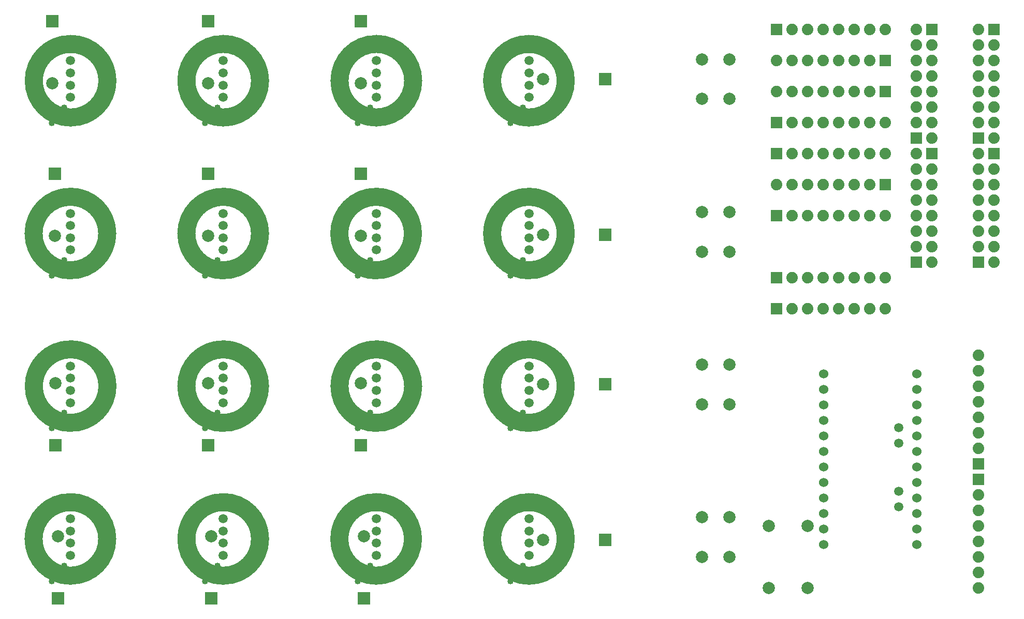
<source format=gbr>
G04 #@! TF.FileFunction,Soldermask,Top*
%FSLAX46Y46*%
G04 Gerber Fmt 4.6, Leading zero omitted, Abs format (unit mm)*
G04 Created by KiCad (PCBNEW 4.0.4-stable) date 11/18/16 13:20:27*
%MOMM*%
%LPD*%
G01*
G04 APERTURE LIST*
%ADD10C,0.100000*%
%ADD11C,3.000000*%
%ADD12C,1.998980*%
%ADD13R,1.998980X1.998980*%
%ADD14R,1.879600X1.879600*%
%ADD15C,1.879600*%
%ADD16C,2.000000*%
%ADD17C,1.524000*%
%ADD18C,1.500000*%
%ADD19C,1.508000*%
%ADD20C,1.016000*%
G04 APERTURE END LIST*
D10*
D11*
X128524567Y-89300000D02*
G75*
G03X128524567Y-89300000I-6024567J0D01*
G01*
X128524567Y-89300000D02*
G75*
G03X128524567Y-89300000I-6024567J0D01*
G01*
X128559567Y-64281067D02*
G75*
G03X128559567Y-64281067I-6024567J0D01*
G01*
X153515067Y-89300067D02*
G75*
G03X153515067Y-89300067I-6024567J0D01*
G01*
X153515067Y-64281067D02*
G75*
G03X153515067Y-64281067I-6024567J0D01*
G01*
X128524567Y-139300000D02*
G75*
G03X128524567Y-139300000I-6024567J0D01*
G01*
X128524567Y-139300000D02*
G75*
G03X128524567Y-139300000I-6024567J0D01*
G01*
X128559567Y-114281067D02*
G75*
G03X128559567Y-114281067I-6024567J0D01*
G01*
X153515067Y-139300067D02*
G75*
G03X153515067Y-139300067I-6024567J0D01*
G01*
X153515067Y-114281067D02*
G75*
G03X153515067Y-114281067I-6024567J0D01*
G01*
X78524567Y-139300000D02*
G75*
G03X78524567Y-139300000I-6024567J0D01*
G01*
X78524567Y-139300000D02*
G75*
G03X78524567Y-139300000I-6024567J0D01*
G01*
X78559567Y-114281067D02*
G75*
G03X78559567Y-114281067I-6024567J0D01*
G01*
X103515067Y-139300067D02*
G75*
G03X103515067Y-139300067I-6024567J0D01*
G01*
X103515067Y-114281067D02*
G75*
G03X103515067Y-114281067I-6024567J0D01*
G01*
X78524567Y-89300000D02*
G75*
G03X78524567Y-89300000I-6024567J0D01*
G01*
X78524567Y-89300000D02*
G75*
G03X78524567Y-89300000I-6024567J0D01*
G01*
X78559567Y-64281067D02*
G75*
G03X78559567Y-64281067I-6024567J0D01*
G01*
X103515067Y-89300067D02*
G75*
G03X103515067Y-89300067I-6024567J0D01*
G01*
X103515067Y-64281067D02*
G75*
G03X103515067Y-64281067I-6024567J0D01*
G01*
D12*
X70502540Y-138840000D03*
D13*
X70502540Y-149000000D03*
D12*
X70005040Y-113840000D03*
D13*
X70005040Y-124000000D03*
D12*
X69999960Y-89660000D03*
D13*
X69999960Y-79500000D03*
D12*
X69499960Y-64660000D03*
D13*
X69499960Y-54500000D03*
D12*
X95500040Y-138840000D03*
D13*
X95500040Y-149000000D03*
D12*
X95002540Y-113840000D03*
D13*
X95002540Y-124000000D03*
D12*
X94994960Y-89660000D03*
D13*
X94994960Y-79500000D03*
D12*
X94999960Y-64660000D03*
D13*
X94999960Y-54500000D03*
D12*
X120502540Y-138840000D03*
D13*
X120502540Y-149000000D03*
D12*
X120002540Y-113840000D03*
D13*
X120002540Y-124000000D03*
D12*
X119997460Y-89660000D03*
D13*
X119997460Y-79500000D03*
D12*
X120000460Y-64660000D03*
D13*
X120000460Y-54500000D03*
D12*
X149840000Y-139497460D03*
D13*
X160000000Y-139497460D03*
D12*
X149840000Y-114000460D03*
D13*
X160000000Y-114000460D03*
D12*
X149840000Y-89497460D03*
D13*
X160000000Y-89497460D03*
D12*
X149840000Y-63997460D03*
D13*
X160000000Y-63997460D03*
D14*
X213360000Y-55880000D03*
D15*
X213360000Y-58420000D03*
X213360000Y-60960000D03*
X213360000Y-63500000D03*
X213360000Y-66040000D03*
X213360000Y-68580000D03*
X213360000Y-71120000D03*
X213360000Y-73660000D03*
D14*
X210820000Y-73660000D03*
D15*
X210820000Y-71120000D03*
X210820000Y-68580000D03*
X210820000Y-66040000D03*
X210820000Y-63500000D03*
X210820000Y-60960000D03*
X210820000Y-58420000D03*
X210820000Y-55880000D03*
D16*
X180320000Y-142270000D03*
X175820000Y-142270000D03*
X180320000Y-135770000D03*
X175820000Y-135770000D03*
X180320000Y-117270000D03*
X175820000Y-117270000D03*
X180320000Y-110770000D03*
X175820000Y-110770000D03*
X180320000Y-92270000D03*
X175820000Y-92270000D03*
X180320000Y-85770000D03*
X175820000Y-85770000D03*
X180320000Y-67270000D03*
X175820000Y-67270000D03*
X180320000Y-60770000D03*
X175820000Y-60770000D03*
D17*
X195681000Y-112283000D03*
X195681000Y-114823000D03*
X195681000Y-117363000D03*
X195681000Y-119903000D03*
X195681000Y-122443000D03*
X195681000Y-124983000D03*
X195681000Y-127523000D03*
X195681000Y-130063000D03*
X195681000Y-132603000D03*
X195681000Y-135143000D03*
X195681000Y-137683000D03*
X195681000Y-140223000D03*
X210921000Y-112283000D03*
X210921000Y-114823000D03*
X210921000Y-117363000D03*
X210921000Y-119903000D03*
X210921000Y-122443000D03*
X210921000Y-124983000D03*
X210921000Y-127523000D03*
X210921000Y-130063000D03*
X210921000Y-132603000D03*
X210921000Y-135143000D03*
X210921000Y-137683000D03*
X210921000Y-140223000D03*
D18*
X208000000Y-121046000D03*
X208000000Y-123586000D03*
X208000000Y-131460000D03*
X208000000Y-134000000D03*
D14*
X187960000Y-96520000D03*
D15*
X190500000Y-96520000D03*
X193040000Y-96520000D03*
X195580000Y-96520000D03*
X198120000Y-96520000D03*
X200660000Y-96520000D03*
X203200000Y-96520000D03*
X205740000Y-96520000D03*
D14*
X213360000Y-76200000D03*
D15*
X213360000Y-78740000D03*
X213360000Y-81280000D03*
X213360000Y-83820000D03*
X213360000Y-86360000D03*
X213360000Y-88900000D03*
X213360000Y-91440000D03*
X213360000Y-93980000D03*
D14*
X210820000Y-93980000D03*
D15*
X210820000Y-91440000D03*
X210820000Y-88900000D03*
X210820000Y-86360000D03*
X210820000Y-83820000D03*
X210820000Y-81280000D03*
X210820000Y-78740000D03*
X210820000Y-76200000D03*
D14*
X187960000Y-76200000D03*
D15*
X190500000Y-76200000D03*
X193040000Y-76200000D03*
X195580000Y-76200000D03*
X198120000Y-76200000D03*
X200660000Y-76200000D03*
X203200000Y-76200000D03*
X205740000Y-76200000D03*
D14*
X205740000Y-81280000D03*
D15*
X203200000Y-81280000D03*
X200660000Y-81280000D03*
X198120000Y-81280000D03*
X195580000Y-81280000D03*
X193040000Y-81280000D03*
X190500000Y-81280000D03*
X187960000Y-81280000D03*
D14*
X220980000Y-93980000D03*
D15*
X220980000Y-91440000D03*
X220980000Y-88900000D03*
X220980000Y-86360000D03*
X220980000Y-83820000D03*
X220980000Y-81280000D03*
X220980000Y-78740000D03*
X220980000Y-76200000D03*
D14*
X223520000Y-76200000D03*
D15*
X223520000Y-78740000D03*
X223520000Y-81280000D03*
X223520000Y-83820000D03*
X223520000Y-86360000D03*
X223520000Y-88900000D03*
X223520000Y-91440000D03*
X223520000Y-93980000D03*
D14*
X205740000Y-60960000D03*
D15*
X203200000Y-60960000D03*
X200660000Y-60960000D03*
X198120000Y-60960000D03*
X195580000Y-60960000D03*
X193040000Y-60960000D03*
X190500000Y-60960000D03*
X187960000Y-60960000D03*
D14*
X187960000Y-55880000D03*
D15*
X190500000Y-55880000D03*
X193040000Y-55880000D03*
X195580000Y-55880000D03*
X198120000Y-55880000D03*
X200660000Y-55880000D03*
X203200000Y-55880000D03*
X205740000Y-55880000D03*
D14*
X223520000Y-55880000D03*
D15*
X223520000Y-58420000D03*
X223520000Y-60960000D03*
X223520000Y-63500000D03*
X223520000Y-66040000D03*
X223520000Y-68580000D03*
X223520000Y-71120000D03*
X223520000Y-73660000D03*
D14*
X220980000Y-73660000D03*
D15*
X220980000Y-71120000D03*
X220980000Y-68580000D03*
X220980000Y-66040000D03*
X220980000Y-63500000D03*
X220980000Y-60960000D03*
X220980000Y-58420000D03*
X220980000Y-55880000D03*
D14*
X205740000Y-66040000D03*
D15*
X203200000Y-66040000D03*
X200660000Y-66040000D03*
X198120000Y-66040000D03*
X195580000Y-66040000D03*
X193040000Y-66040000D03*
X190500000Y-66040000D03*
X187960000Y-66040000D03*
D14*
X187960000Y-71120000D03*
D15*
X190500000Y-71120000D03*
X193040000Y-71120000D03*
X195580000Y-71120000D03*
X198120000Y-71120000D03*
X200660000Y-71120000D03*
X203200000Y-71120000D03*
X205740000Y-71120000D03*
D14*
X187960000Y-101600000D03*
D15*
X190500000Y-101600000D03*
X193040000Y-101600000D03*
X195580000Y-101600000D03*
X198120000Y-101600000D03*
X200660000Y-101600000D03*
X203200000Y-101600000D03*
X205740000Y-101600000D03*
D14*
X187960000Y-86360000D03*
D15*
X190500000Y-86360000D03*
X193040000Y-86360000D03*
X195580000Y-86360000D03*
X198120000Y-86360000D03*
X200660000Y-86360000D03*
X203200000Y-86360000D03*
X205740000Y-86360000D03*
D14*
X220980000Y-127000000D03*
D15*
X220980000Y-124460000D03*
X220980000Y-121920000D03*
X220980000Y-119380000D03*
X220980000Y-116840000D03*
X220980000Y-114300000D03*
X220980000Y-111760000D03*
X220980000Y-109220000D03*
D14*
X220980000Y-129540000D03*
D15*
X220980000Y-132080000D03*
X220980000Y-134620000D03*
X220980000Y-137160000D03*
X220980000Y-139700000D03*
X220980000Y-142240000D03*
X220980000Y-144780000D03*
X220980000Y-147320000D03*
D12*
X193040000Y-147320000D03*
X193040000Y-137160000D03*
X186690000Y-137160000D03*
X186690000Y-147320000D03*
D19*
X122500000Y-90000000D03*
X122500000Y-88000000D03*
X122500000Y-86000000D03*
X122500000Y-92000000D03*
X122500000Y-65000000D03*
X122500000Y-63000000D03*
X122500000Y-61000000D03*
X122500000Y-67000000D03*
X147500000Y-90000000D03*
X147500000Y-88000000D03*
X147500000Y-86000000D03*
X147500000Y-92000000D03*
D20*
X146519000Y-93672000D03*
X144487000Y-96212000D03*
D19*
X147500000Y-65000000D03*
X147500000Y-63000000D03*
X147500000Y-61000000D03*
X147500000Y-67000000D03*
D20*
X146519000Y-68672000D03*
X144487000Y-71212000D03*
X121519000Y-93672000D03*
X119487000Y-96212000D03*
X121519000Y-68672000D03*
X119487000Y-71212000D03*
D19*
X122500000Y-140000000D03*
X122500000Y-138000000D03*
X122500000Y-136000000D03*
X122500000Y-142000000D03*
X122500000Y-115000000D03*
X122500000Y-113000000D03*
X122500000Y-111000000D03*
X122500000Y-117000000D03*
X147500000Y-140000000D03*
X147500000Y-138000000D03*
X147500000Y-136000000D03*
X147500000Y-142000000D03*
D20*
X146519000Y-143672000D03*
X144487000Y-146212000D03*
D19*
X147500000Y-115000000D03*
X147500000Y-113000000D03*
X147500000Y-111000000D03*
X147500000Y-117000000D03*
D20*
X146519000Y-118672000D03*
X144487000Y-121212000D03*
X121519000Y-143672000D03*
X119487000Y-146212000D03*
X121519000Y-118672000D03*
X119487000Y-121212000D03*
D19*
X72500000Y-140000000D03*
X72500000Y-138000000D03*
X72500000Y-136000000D03*
X72500000Y-142000000D03*
X72500000Y-115000000D03*
X72500000Y-113000000D03*
X72500000Y-111000000D03*
X72500000Y-117000000D03*
X97500000Y-140000000D03*
X97500000Y-138000000D03*
X97500000Y-136000000D03*
X97500000Y-142000000D03*
D20*
X96519000Y-143672000D03*
X94487000Y-146212000D03*
D19*
X97500000Y-115000000D03*
X97500000Y-113000000D03*
X97500000Y-111000000D03*
X97500000Y-117000000D03*
D20*
X96519000Y-118672000D03*
X94487000Y-121212000D03*
X71519000Y-143672000D03*
X69487000Y-146212000D03*
X71519000Y-118672000D03*
X69487000Y-121212000D03*
D19*
X72500000Y-90000000D03*
X72500000Y-88000000D03*
X72500000Y-86000000D03*
X72500000Y-92000000D03*
X72500000Y-65000000D03*
X72500000Y-63000000D03*
X72500000Y-61000000D03*
X72500000Y-67000000D03*
X97500000Y-90000000D03*
X97500000Y-88000000D03*
X97500000Y-86000000D03*
X97500000Y-92000000D03*
D20*
X96519000Y-93672000D03*
X94487000Y-96212000D03*
D19*
X97500000Y-65000000D03*
X97500000Y-63000000D03*
X97500000Y-61000000D03*
X97500000Y-67000000D03*
D20*
X96519000Y-68672000D03*
X94487000Y-71212000D03*
X71519000Y-93672000D03*
X69487000Y-96212000D03*
X71519000Y-68672000D03*
X69487000Y-71212000D03*
M02*

</source>
